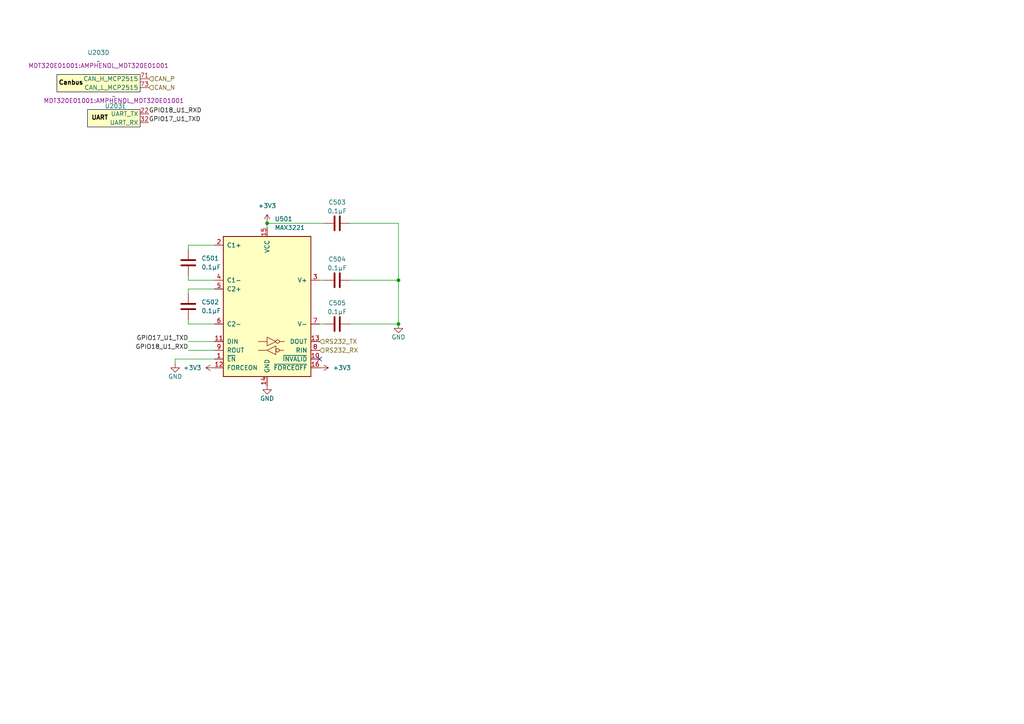
<source format=kicad_sch>
(kicad_sch (version 20231120) (generator "eeschema") (generator_version "8.0")
  (paper "A4")
  (title_block (title "Mobo V2.0") (date "2024-12-19") (rev "2.0") (company "Robotique UdeS - Biogénius") (comment 1 "Jacob Turcotte") (comment 2 "Schéma électrique créer par:"))
  (lib_symbols
    (symbol "Device:C" (pin_numbers hide) (pin_names (offset 0.254))
      (property "Reference" "C" (at 0.635 2.54 0))
      (property "Value" "C" (at 0.635 -2.54 0))
      (symbol "C_0_1"
        (polyline (pts (xy -2.032 -0.762) (xy 2.032 -0.762)) (stroke (width 0.508)))
        (polyline (pts (xy -2.032 0.762) (xy 2.032 0.762)) (stroke (width 0.508)))
      )
      (symbol "C_1_1"
        (pin passive line (at 0 3.81 270) (length 2.794) (name "~") (number "1"))
        (pin passive line (at 0 -3.81 90) (length 2.794) (name "~") (number "2"))
      )
    )
    (symbol "Interface_UART:MAX3221" (pin_names (offset 1.016))
      (property "Reference" "U" (at -10.16 21.59 0))
      (property "Value" "MAX3221" (at 12.7 21.59 0))
      (symbol "MAX3221_0_1"
        (rectangle (start -12.7 -20.32) (end 12.7 20.32) (stroke (width 0.254)) (fill (type background)))
        (polyline (pts (xy -2.54 -12.7) (xy 0 -12.7) (xy 0 -12.7)))
        (polyline (pts (xy -2.54 -10.16) (xy 0 -10.16) (xy 0 -10.16)))
        (polyline (pts (xy 3.556 -12.7) (xy 4.826 -12.7) (xy 4.826 -12.7)))
        (polyline (pts (xy 3.556 -10.16) (xy 5.08 -10.16) (xy 5.08 -10.16)))
        (polyline (pts (xy 2.54 -11.43) (xy 2.54 -13.97) (xy 0 -12.7) (xy 2.54 -11.43) (xy 2.54 -11.43)))
        (polyline (pts (xy 0 -11.43) (xy 0 -8.89) (xy 2.54 -10.16) (xy 0 -11.43) (xy 0 -11.43) (xy 0 -11.43)))
        (circle (center 3.048 -12.7) (radius 0.508))
        (circle (center 3.048 -10.16) (radius 0.508))
      )
      (symbol "MAX3221_1_1"
        (pin input line (at -15.24 -15.24 0) (length 2.54) (name "~{EN}") (number "1"))
        (pin output line (at 15.24 -15.24 180) (length 2.54) (name "~{INVALID}") (number "10"))
        (pin input line (at -15.24 -10.16 0) (length 2.54) (name "DIN") (number "11"))
        (pin input line (at -15.24 -17.78 0) (length 2.54) (name "FORCEON") (number "12"))
        (pin output line (at 15.24 -10.16 180) (length 2.54) (name "DOUT") (number "13"))
        (pin power_in line (at 0 -22.86 90) (length 2.54) (name "GND") (number "14"))
        (pin power_in line (at 0 22.86 270) (length 2.54) (name "VCC") (number "15"))
        (pin input line (at 15.24 -17.78 180) (length 2.54) (name "~{FORCEOFF}") (number "16"))
        (pin passive line (at -15.24 17.78 0) (length 2.54) (name "C1+") (number "2"))
        (pin power_out line (at 15.24 7.62 180) (length 2.54) (name "V+") (number "3"))
        (pin passive line (at -15.24 7.62 0) (length 2.54) (name "C1-") (number "4"))
        (pin passive line (at -15.24 5.08 0) (length 2.54) (name "C2+") (number "5"))
        (pin passive line (at -15.24 -5.08 0) (length 2.54) (name "C2-") (number "6"))
        (pin power_out line (at 15.24 -5.08 180) (length 2.54) (name "V-") (number "7"))
        (pin input line (at 15.24 -12.7 180) (length 2.54) (name "RIN") (number "8"))
        (pin output line (at -15.24 -12.7 0) (length 2.54) (name "ROUT") (number "9"))
      )
    )
    (symbol "connecteur_m2_key_E:connecteur_SOM_ESP32_V2"
      (property "Reference" "U" (at 0 9.652 0))
      (property "Footprint" "MDT320E01001:AMPHENOL_MDT320E01001" (at 0 9.652 0))
      (symbol "connecteur_SOM_ESP32_V2_1_1"
        (rectangle (start -13.97 0) (end 13.97 -35.56) (stroke (width 0) (color 72 0 0 1)) (fill (type background)))
        (text "Pins d'alimentation\n&\nResets" (at 0 -16.764 0) (effects (font (size 1.27 1.27) (bold yes))))
        (pin power_in line (at 16.51 -1.27 180) (length 2.54) (name "GND") (number "1"))
        (pin power_in line (at 16.51 -6.35 180) (length 2.54) (name "GND") (number "18"))
        (pin power_in line (at -16.51 -1.27 0) (length 2.54) (name "Vcc_3v3") (number "2"))
        (pin power_in line (at 16.51 -8.89 180) (length 2.54) (name "GND") (number "33"))
        (pin power_in line (at 16.51 -11.43 180) (length 2.54) (name "GND") (number "38"))
        (pin power_in line (at 16.51 -13.97 180) (length 2.54) (name "GND") (number "39"))
        (pin power_in line (at -16.51 -3.81 0) (length 2.54) (name "Vcc_3v3") (number "4"))
        (pin power_in line (at 16.51 -16.51 180) (length 2.54) (name "GND") (number "45"))
        (pin power_in line (at -16.51 -8.89 0) (length 2.54) (name "Vcc_5V") (number "50"))
        (pin power_in line (at 16.51 -19.05 180) (length 2.54) (name "GND") (number "51"))
        (pin bidirectional line (at -16.51 -6.35 0) (length 2.54) (name "RESET_AUTRES") (number "54"))
        (pin power_in line (at 16.51 -21.59 180) (length 2.54) (name "GND") (number "55"))
        (pin bidirectional line (at -16.51 -29.21 0) (length 2.54) (name "RESET_ESP32") (number "56"))
        (pin power_in line (at 16.51 -24.13 180) (length 2.54) (name "GND") (number "57"))
        (pin power_in line (at 16.51 -26.67 180) (length 2.54) (name "GND") (number "62"))
        (pin power_in line (at 16.51 -29.21 180) (length 2.54) (name "GND") (number "63"))
        (pin power_in line (at 16.51 -31.75 180) (length 2.54) (name "GND") (number "69"))
        (pin power_in line (at 16.51 -3.81 180) (length 2.54) (name "GND") (number "7"))
        (pin power_in line (at -16.51 -31.75 0) (length 2.54) (name "Vcc_3v3") (number "72"))
        (pin power_in line (at -16.51 -34.29 0) (length 2.54) (name "Vcc_3v3") (number "74"))
        (pin power_in line (at 16.51 -34.29 180) (length 2.54) (name "GND") (number "75"))
      )
      (symbol "connecteur_SOM_ESP32_V2_2_1"
        (rectangle (start -17.78 0) (end 16.51 -24.13) (stroke (width 0) (color 0 0 72 1)) (fill (type background)))
        (text "I2C" (at -0.254 -11.684 0) (effects (font (size 1.27 1.27))))
        (pin bidirectional line (at 19.05 -3.81 180) (length 2.54) (name "I2C_SCL_1_TCA") (number "11"))
        (pin bidirectional line (at 19.05 -7.62 180) (length 2.54) (name "I2C_SDA_2_TCA") (number "13"))
        (pin bidirectional line (at 19.05 -13.97 180) (length 2.54) (name "I2C_SDA_3_TCA") (number "14"))
        (pin bidirectional line (at 19.05 -10.16 180) (length 2.54) (name "I2C_SCL_2_TCA") (number "15"))
        (pin bidirectional line (at 19.05 -16.51 180) (length 2.54) (name "I2C_SCL_3_TCA") (number "16"))
        (pin bidirectional line (at 19.05 -20.32 180) (length 2.54) (name "I2C_SDA_4_TCA") (number "17"))
        (pin bidirectional line (at 19.05 -22.86 180) (length 2.54) (name "I2C_SCL_4_TCA") (number "19"))
        (pin bidirectional line (at -20.32 -10.16 0) (length 2.54) (name "I2C_SDA_ESP32") (number "58"))
        (pin bidirectional line (at -20.32 -12.7 0) (length 2.54) (name "I2C_SCL_ESP32") (number "60"))
        (pin bidirectional line (at 19.05 -1.27 180) (length 2.54) (name "I2C_SDA_1_TCA") (number "9"))
      )
      (symbol "connecteur_SOM_ESP32_V2_3_1"
        (rectangle (start -2.54 6.35) (end 15.24 -7.62) (stroke (width 0) (color 0 0 72 1)) (fill (type background)))
        (text "SPI" (at 0 0 0) (effects (font (size 1.27 1.27) (bold yes))))
        (pin bidirectional line (at 17.78 5.08 180) (length 2.54) (name "SPI_CS_5") (number "20"))
        (pin bidirectional line (at 17.78 2.54 180) (length 2.54) (name "SPI_CS_6") (number "21"))
        (pin bidirectional line (at 17.78 -1.27 180) (length 2.54) (name "SPI_CLK") (number "23"))
        (pin bidirectional line (at 17.78 -3.81 180) (length 2.54) (name "SPI_MOSI") (number "35"))
        (pin bidirectional line (at 17.78 -6.35 180) (length 2.54) (name "SPI_MISO") (number "37"))
      )
      (symbol "connecteur_SOM_ESP32_V2_4_1"
        (rectangle (start -12.7 2.54) (end 11.43 -2.54) (stroke (width 0) (color 0 0 72 1)) (fill (type background)))
        (text "Canbus" (at -8.636 0.254 0) (effects (font (size 1.27 1.27) (bold yes))))
        (pin bidirectional line (at 13.97 1.27 180) (length 2.54) (name "CAN_H_MCP2515") (number "71"))
        (pin bidirectional line (at 13.97 -1.27 180) (length 2.54) (name "CAN_L_MCP2515") (number "73"))
      )
      (symbol "connecteur_SOM_ESP32_V2_5_1"
        (rectangle (start -11.43 2.54) (end 3.81 -2.54) (stroke (width 0) (color 0 0 72 1)) (fill (type background)))
        (text "UART" (at -7.874 0.254 0) (effects (font (size 1.27 1.27) (bold yes))))
        (pin bidirectional line (at 6.35 1.27 180) (length 2.54) (name "UART_TX") (number "22"))
        (pin bidirectional line (at 6.35 -1.27 180) (length 2.54) (name "UART_RX") (number "32"))
      )
      (symbol "connecteur_SOM_ESP32_V2_6_1"
        (rectangle (start -13.97 2.54) (end 8.89 -2.54) (stroke (width 0) (color 0 0 72 1)) (fill (type background)))
        (text "USB" (at -11.176 0.254 0) (effects (font (size 1.27 1.27) (bold yes))))
        (pin bidirectional line (at 11.43 -1.27 180) (length 2.54) (name "USB_D+_FT231") (number "3"))
        (pin bidirectional line (at 11.43 1.27 180) (length 2.54) (name "USB_D-_FT231") (number "5"))
      )
      (symbol "connecteur_SOM_ESP32_V2_7_1"
        (rectangle (start -13.97 2.54) (end 10.16 -2.54) (stroke (width 0) (color 0 0 72 1)) (fill (type background)))
        (text "DEBUG" (at -9.906 0.254 0) (effects (font (size 1.27 1.27) (bold yes))))
        (pin bidirectional line (at 12.7 1.27 180) (length 2.54) (name "USB_DEBUG_D-") (number "46"))
        (pin bidirectional line (at 12.7 -1.27 180) (length 2.54) (name "USB_DEBUG_D+") (number "48"))
      )
      (symbol "connecteur_SOM_ESP32_V2_8_1"
        (rectangle (start -15.24 3.81) (end 5.08 -3.81) (stroke (width 0) (color 0 0 72 1)) (fill (type background)))
        (text "I2S" (at -12.192 0 0) (effects (font (size 1.27 1.27) (bold yes))))
        (pin bidirectional line (at 7.62 0 180) (length 2.54) (name "I2S_WS") (number "10"))
        (pin bidirectional line (at 7.62 -2.54 180) (length 2.54) (name "I2S_DIN/DOUT") (number "12"))
        (pin bidirectional line (at 7.62 2.54 180) (length 2.54) (name "I2S_BCLK") (number "8"))
      )
      (symbol "connecteur_SOM_ESP32_V2_9_1"
        (rectangle (start -11.43 5.08) (end 13.97 -5.08) (stroke (width 0) (color 0 72 0 1)) (fill (type background)))
        (text "Sortie PWM\n" (at -5.588 0.254 0) (effects (font (size 1.27 1.27))))
        (pin output line (at 16.51 3.81 180) (length 2.54) (name "PWM_1_PCA") (number "64"))
        (pin output line (at 16.51 1.27 180) (length 2.54) (name "PWM_2_PCA") (number "66"))
        (pin output line (at 16.51 -1.27 180) (length 2.54) (name "PWM_3_PCA") (number "68"))
        (pin output line (at 16.51 -3.81 180) (length 2.54) (name "PWM_4_PCA") (number "70"))
      )
      (symbol "connecteur_SOM_ESP32_V2_10_1"
        (rectangle (start -13.97 3.81) (end 12.7 -8.89) (stroke (width 0) (color 0 72 0 1)) (fill (type background)))
        (text "ESP32\n" (at -0.762 -6.604 0) (effects (font (size 1.27 1.27))))
        (text "GPIO pins" (at -0.762 2.032 0) (effects (font (size 1.27 1.27))))
        (pin bidirectional line (at 15.24 -5.08 180) (length 2.54) (name "RST_OTHER") (number "34"))
        (pin bidirectional line (at 15.24 -7.62 180) (length 2.54) (name "GPIO48") (number "36"))
        (pin bidirectional line (at -16.51 2.54 0) (length 2.54) (name "GPIO15") (number "40"))
        (pin bidirectional line (at -16.51 0 0) (length 2.54) (name "GPIO16") (number "41"))
        (pin bidirectional line (at -16.51 -2.54 0) (length 2.54) (name "GPIO26") (number "42"))
        (pin bidirectional line (at -16.51 -5.08 0) (length 2.54) (name "GPIO33") (number "43"))
        (pin bidirectional line (at -16.51 -7.62 0) (length 2.54) (name "GPIO34") (number "44"))
        (pin bidirectional line (at 15.24 2.54 180) (length 2.54) (name "GPIO45") (number "52"))
        (pin bidirectional line (at 15.24 0 180) (length 2.54) (name "GPIO46") (number "53"))
        (pin bidirectional line (at 15.24 -2.54 180) (length 2.54) (name "GPIO38&LED") (number "6"))
      )
    )
    (symbol "power:+3V3" (power) (pin_numbers hide) (pin_names (offset 0) hide)
      (property "Value" "+3V3" (at 0 3.556 0))
      (symbol "+3V3_0_1"
        (polyline (pts (xy -0.762 1.27) (xy 0 2.54)))
        (polyline (pts (xy 0 0) (xy 0 2.54)))
        (polyline (pts (xy 0 2.54) (xy 0.762 1.27)))
      )
      (symbol "+3V3_1_1"
        (pin power_in line (at 0 0 90) (length 0) (name "~") (number "1"))
      )
    )
    (symbol "power:GND" (power) (pin_numbers hide) (pin_names (offset 0) hide)
      (property "Value" "GND" (at 0 -3.81 0))
      (symbol "GND_0_1"
        (polyline (pts (xy 0 0) (xy 0 -1.27) (xy 1.27 -1.27) (xy 0 -2.54) (xy -1.27 -1.27) (xy 0 -1.27)))
      )
      (symbol "GND_1_1"
        (pin power_in line (at 0 0 270) (length 0) (name "~") (number "1"))
      )
    )
  )
  (junction (at 77.47 64.77))
  (junction (at 115.57 93.98))
  (junction (at 115.57 81.28))
  (no_connect (at 92.71 104.14))
  (wire (pts (xy 54.61 80.01) (xy 54.61 81.28)))
  (wire (pts (xy 115.57 81.28) (xy 115.57 93.98)))
  (wire (pts (xy 50.8 105.41) (xy 50.8 104.14)))
  (wire (pts (xy 50.8 104.14) (xy 62.23 104.14)))
  (wire (pts (xy 54.61 92.71) (xy 54.61 93.98)))
  (wire (pts (xy 77.47 64.77) (xy 77.47 66.04)))
  (wire (pts (xy 62.23 71.12) (xy 54.61 71.12)))
  (wire (pts (xy 115.57 93.98) (xy 101.6 93.98)))
  (wire (pts (xy 62.23 83.82) (xy 54.61 83.82)))
  (wire (pts (xy 92.71 81.28) (xy 93.98 81.28)))
  (wire (pts (xy 54.61 83.82) (xy 54.61 85.09)))
  (wire (pts (xy 115.57 64.77) (xy 115.57 81.28)))
  (wire (pts (xy 54.61 101.6) (xy 62.23 101.6)))
  (wire (pts (xy 92.71 93.98) (xy 93.98 93.98)))
  (wire (pts (xy 93.98 64.77) (xy 77.47 64.77)))
  (wire (pts (xy 54.61 71.12) (xy 54.61 72.39)))
  (wire (pts (xy 54.61 93.98) (xy 62.23 93.98)))
  (wire (pts (xy 54.61 99.06) (xy 62.23 99.06)))
  (wire (pts (xy 54.61 81.28) (xy 62.23 81.28)))
  (wire (pts (xy 101.6 81.28) (xy 115.57 81.28)))
  (wire (pts (xy 101.6 64.77) (xy 115.57 64.77)))
  (label "GPIO18_U1_RXD" (at 54.61 101.6 180))
  (label "GPIO17_U1_TXD" (at 54.61 99.06 180))
  (label "GPIO18_U1_RXD" (at 43.18 33.02 0))
  (label "GPIO17_U1_TXD" (at 43.18 35.56 0))
  (hierarchical_label "RS232_RX" (shape input) (at 92.71 101.6 0))
  (hierarchical_label "RS232_TX" (shape input) (at 92.71 99.06 0))
  (hierarchical_label "CAN_P" (shape input) (at 43.18 22.86 0))
  (hierarchical_label "CAN_N" (shape input) (at 43.18 25.4 0))
  (symbol (lib_id "power:+3V3") (at 77.47 64.77 0) (unit 1)
    (property "Reference" "#PWR0503" (effects (hide yes)))
    (property "Value" "+3V3" (at 77.47 59.69 0))
    (property "Description" "Power symbol creates a global label with name \"+3V3\"" (effects (hide yes)))
  )
  (symbol (lib_id "Device:C") (at 97.79 81.28 90) (unit 1)
    (property "Reference" "C504" (at 97.79 75.184 90))
    (property "Value" "0.1µF" (at 97.79 77.724 90))
    (property "Footprint" "Capacitor_SMD:C_0603_1608Metric_Pad1.08x0.95mm_HandSolder" (effects (hide yes)))
    (property "Description" "Unpolarized capacitor" (effects (hide yes)))
  )
  (symbol (lib_id "Device:C") (at 97.79 64.77 90) (unit 1)
    (property "Reference" "C503" (at 97.79 58.674 90))
    (property "Value" "0.1µF" (at 97.79 61.214 90))
    (property "Footprint" "Capacitor_SMD:C_0603_1608Metric_Pad1.08x0.95mm_HandSolder" (effects (hide yes)))
    (property "Description" "Unpolarized capacitor" (effects (hide yes)))
  )
  (symbol (lib_id "connecteur_m2_key_E:connecteur_SOM_ESP32_V2") (at 29.21 24.13 0) (unit 4)
    (property "Reference" "U203" (at 28.575 15.24 0))
    (property "Value" "~" (at 28.575 17.78 0))
    (property "Footprint" "MDT320E01001:AMPHENOL_MDT320E01001" (at 28.575 19.05 0))
  )
  (symbol (lib_id "power:GND") (at 50.8 105.41 0) (unit 1)
    (property "Reference" "#PWR0501" (effects (hide yes)))
    (property "Value" "GND" (at 50.8 109.22 0))
    (property "Description" "Power symbol creates a global label with name \"GND\" , ground" (effects (hide yes)))
  )
  (symbol (lib_id "connecteur_m2_key_E:connecteur_SOM_ESP32_V2") (at 36.83 34.29 0) (unit 5)
    (property "Reference" "U203" (at 33.528 30.734 0))
    (property "Value" "~" (at 33.02 27.94 0))
    (property "Footprint" "MDT320E01001:AMPHENOL_MDT320E01001" (at 33.02 29.21 0))
  )
  (symbol (lib_id "Device:C") (at 54.61 76.2 0) (unit 1)
    (property "Reference" "C501" (at 58.42 74.9299 0) (effects (justify left)))
    (property "Value" "0.1µF" (at 58.42 77.4699 0) (effects (justify left)))
    (property "Footprint" "Capacitor_SMD:C_0603_1608Metric_Pad1.08x0.95mm_HandSolder" (effects (hide yes)))
    (property "Description" "Unpolarized capacitor" (effects (hide yes)))
  )
  (symbol (lib_id "Interface_UART:MAX3221") (at 77.47 88.9 0) (unit 1)
    (property "Reference" "U501" (at 79.6641 63.5 0) (effects (justify left)))
    (property "Value" "MAX3221" (at 79.6641 66.04 0) (effects (justify left)))
    (property "Footprint" "Package_SO:SSOP-16_3.9x4.9mm_P0.635mm" (effects (hide yes)))
    (property "Datasheet" "http://www.ti.com/lit/ds/symlink/max3221.pdf" (effects (hide yes)))
    (property "Description" "RS232 transceiver with 15kV ESD protection" (effects (hide yes)))
  )
  (symbol (lib_id "Device:C") (at 54.61 88.9 0) (unit 1)
    (property "Reference" "C502" (at 58.42 87.6299 0) (effects (justify left)))
    (property "Value" "0.1µF" (at 58.42 90.1699 0) (effects (justify left)))
    (property "Footprint" "Capacitor_SMD:C_0603_1608Metric_Pad1.08x0.95mm_HandSolder" (effects (hide yes)))
    (property "Description" "Unpolarized capacitor" (effects (hide yes)))
  )
  (symbol (lib_id "power:GND") (at 77.47 111.76 0) (unit 1)
    (property "Reference" "#PWR0504" (effects (hide yes)))
    (property "Value" "GND" (at 77.47 115.57 0))
    (property "Description" "Power symbol creates a global label with name \"GND\" , ground" (effects (hide yes)))
  )
  (symbol (lib_id "power:GND") (at 115.57 93.98 0) (unit 1)
    (property "Reference" "#PWR0506" (effects (hide yes)))
    (property "Value" "GND" (at 115.57 97.79 0))
    (property "Description" "Power symbol creates a global label with name \"GND\" , ground" (effects (hide yes)))
  )
  (symbol (lib_id "Device:C") (at 97.79 93.98 90) (unit 1)
    (property "Reference" "C505" (at 97.79 87.884 90))
    (property "Value" "0.1µF" (at 97.79 90.424 90))
    (property "Footprint" "Capacitor_SMD:C_0603_1608Metric_Pad1.08x0.95mm_HandSolder" (effects (hide yes)))
    (property "Description" "Unpolarized capacitor" (effects (hide yes)))
  )
  (symbol (lib_id "power:+3V3") (at 92.71 106.68 270) (unit 1)
    (property "Reference" "#PWR0505" (effects (hide yes)))
    (property "Value" "+3V3" (at 96.52 106.6799 90) (effects (justify left)))
    (property "Description" "Power symbol creates a global label with name \"+3V3\"" (effects (hide yes)))
  )
  (symbol (lib_id "power:+3V3") (at 62.23 106.68 90) (unit 1)
    (property "Reference" "#PWR0502" (effects (hide yes)))
    (property "Value" "+3V3" (at 58.42 106.6799 90) (effects (justify left)))
    (property "Description" "Power symbol creates a global label with name \"+3V3\"" (effects (hide yes)))
  )
)
</source>
